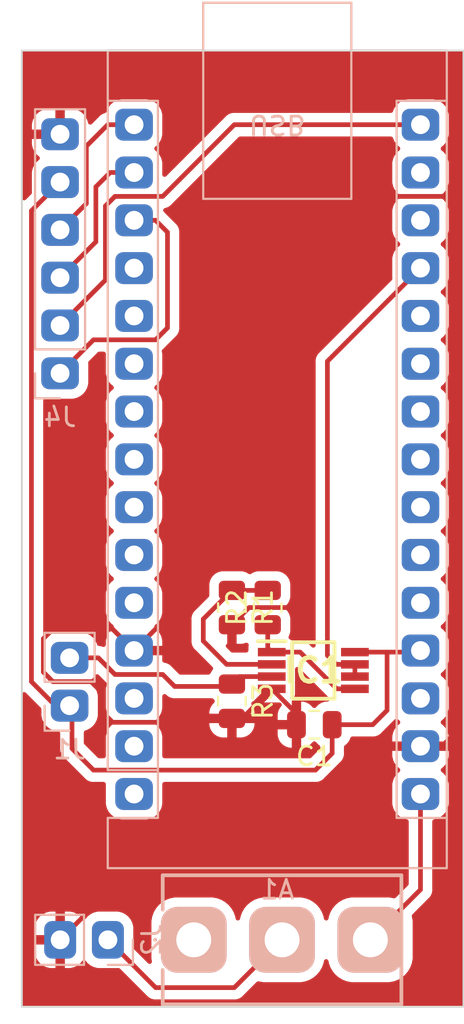
<source format=kicad_pcb>
(kicad_pcb (version 20221018) (generator pcbnew)
  (layers (0 "F.Cu" signal) (31 "B.Cu" signal) (34 "B.Paste" user) (35 "F.Paste" user) (36 "B.SilkS" user "B.Silkscreen") (37 "F.SilkS" user "F.Silkscreen") (38 "B.Mask" user) (39 "F.Mask" user) (44 "Edge.Cuts" user))
  (net 0 "")
  (net 4 "GND")
  (net 13 "CS")
  (net 14 "SCK")
  (net 15 "MOSI")
  (net 16 "MISO")
  (net 19 "I1")
  (net 27 "+5V")
  (net 29 "Net-(A1-VIN)")
  (net 30 "OUT1")
  (net 31 "IN1")
  (net 32 "Net-(IC1-IN1-)")
  (net 33 "Net-(J2-Pin_1)")
  (footprint "SamacSys:SOP65P490X110-8N" (layer "F.Cu") (at 186.576 90.719)
    (fp_text reference "IC1" (at 0 0) (layer "F.SilkS") (effects (font (size 1.27 1.27) (thickness 0.254))))
    (fp_text value "TSZ122IYST" hide)
    (fp_line (start -2.95 -1.55) (end -1.475 -1.55) (stroke (width 0.2)) (layer "F.SilkS"))
    (fp_line (start -1.125 -1.5) (end 1.125 -1.5) (stroke (width 0.2)) (layer "F.SilkS"))
    (fp_line (start -1.125 1.5) (end -1.125 -1.5) (stroke (width 0.2)) (layer "F.SilkS"))
    (fp_line (start 1.125 -1.5) (end 1.125 1.5) (stroke (width 0.2)) (layer "F.SilkS"))
    (fp_line (start 1.125 1.5) (end -1.125 1.5) (stroke (width 0.2)) (layer "F.SilkS"))
    (pad "1" smd rect (at -2.212 -0.975 90) (size 0.45 1.475) (layers "F.Cu" "F.Paste" "F.Mask") (net 30 "OUT1"))
    (pad "2" smd rect (at -2.212 -0.325 90) (size 0.45 1.475) (layers "F.Cu" "F.Paste" "F.Mask") (net 32 "Net-(IC1-IN1-)"))
    (pad "3" smd rect (at -2.212 0.325 90) (size 0.45 1.475) (layers "F.Cu" "F.Paste" "F.Mask") (net 31 "IN1"))
    (pad "4" smd rect (at -2.212 0.975 90) (size 0.45 1.475) (layers "F.Cu" "F.Paste" "F.Mask") (net 4 "GND"))
    (pad "5" smd rect (at 2.212 0.975 90) (size 0.45 1.475) (layers "F.Cu" "F.Paste" "F.Mask") (net 30 "OUT1"))
    (pad "6" smd rect (at 2.212 0.325 90) (size 0.45 1.475) (layers "F.Cu" "F.Paste" "F.Mask") (net 19 "I1"))
    (pad "7" smd rect (at 2.212 -0.325 90) (size 0.45 1.475) (layers "F.Cu" "F.Paste" "F.Mask") (net 19 "I1"))
    (pad "8" smd rect (at 2.212 -0.975 90) (size 0.45 1.475) (layers "F.Cu" "F.Paste" "F.Mask") (net 27 "+5V"))
  )
  (footprint "Capacitor_SMD:C_0805_2012Metric" (layer "F.Cu") (at 186.629 93.599 180)
    (fp_text reference "C1" (at 0 -1.68) (layer "F.SilkS"))
    (fp_text value "100nF")
    (fp_line (start -0.261252 -0.735) (end 0.261252 -0.735) (stroke (width 0.12)) (layer "F.SilkS"))
    (fp_line (start -0.261252 0.735) (end 0.261252 0.735) (stroke (width 0.12)) (layer "F.SilkS"))
    (pad "1" smd roundrect (at -0.95 0 180) (size 1 1.45) (layers "F.Cu" "F.Paste" "F.Mask") (net 27 "+5V"))
    (pad "2" smd roundrect (at 0.95 0 180) (size 1 1.45) (layers "F.Cu" "F.Paste" "F.Mask") (net 4 "GND"))
  )
  (footprint "Resistor_SMD:R_0805_2012Metric" (layer "F.Cu") (at 182.245 87.376 -90)
    (fp_text reference "R1" (at 0 -1.65 90) (layer "F.SilkS"))
    (fp_text value "100 k")
    (fp_line (start -0.227064 -0.735) (end 0.227064 -0.735) (stroke (width 0.12)) (layer "F.SilkS"))
    (fp_line (start -0.227064 0.735) (end 0.227064 0.735) (stroke (width 0.12)) (layer "F.SilkS"))
    (pad "1" smd roundrect (at -0.9125 0 270) (size 1.025 1.4) (layers "F.Cu" "F.Paste" "F.Mask") (roundrect_rratio 0.243902) (net 32 "Net-(IC1-IN1-)"))
    (pad "2" smd roundrect (at 0.9125 0 270) (size 1.025 1.4) (layers "F.Cu" "F.Paste" "F.Mask") (roundrect_rratio 0.243902) (net 4 "GND"))
  )
  (footprint "Resistor_SMD:R_0805_2012Metric" (layer "F.Cu") (at 182.245 92.3525 -90)
    (fp_text reference "R3" (at 0 -1.65 90) (layer "F.SilkS"))
    (fp_text value "1")
    (fp_line (start -0.227064 -0.735) (end 0.227064 -0.735) (stroke (width 0.12)) (layer "F.SilkS"))
    (fp_line (start -0.227064 0.735) (end 0.227064 0.735) (stroke (width 0.12)) (layer "F.SilkS"))
    (pad "1" smd roundrect (at -0.9125 0 270) (size 1.025 1.4) (layers "F.Cu" "F.Paste" "F.Mask") (roundrect_rratio 0.243902) (net 31 "IN1"))
    (pad "2" smd roundrect (at 0.9125 0 270) (size 1.025 1.4) (layers "F.Cu" "F.Paste" "F.Mask") (roundrect_rratio 0.243902) (net 4 "GND"))
  )
  (footprint "Resistor_SMD:R_0805_2012Metric" (layer "F.Cu") (at 184.15 87.376 90)
    (fp_text reference "R2" (at 0 -1.65 90) (layer "F.SilkS"))
    (fp_text value "10M")
    (fp_line (start -0.227064 -0.735) (end 0.227064 -0.735) (stroke (width 0.12)) (layer "F.SilkS"))
    (fp_line (start -0.227064 0.735) (end 0.227064 0.735) (stroke (width 0.12)) (layer "F.SilkS"))
    (pad "1" smd roundrect (at -0.9125 0 90) (size 1.025 1.4) (layers "F.Cu" "F.Paste" "F.Mask") (roundrect_rratio 0.243902) (net 30 "OUT1"))
    (pad "2" smd roundrect (at 0.9125 0 90) (size 1.025 1.4) (layers "F.Cu" "F.Paste" "F.Mask") (roundrect_rratio 0.243902) (net 32 "Net-(IC1-IN1-)"))
  )
  (footprint "Connector_PinHeader_2.54mm:PinHeader_1x02_P2.54mm_Vertical" (layer "B.Cu") (at 173.609 92.588)
    (fp_text reference "J1" (at 0 2.33) (layer "B.SilkS") (effects (justify mirror)))
    (fp_text value "Load")
    (fp_line (start -1.33 -3.87) (end 1.33 -3.87) (stroke (width 0.12)) (layer "B.SilkS"))
    (fp_line (start -1.33 -1.27) (end -1.33 -3.87) (stroke (width 0.12)) (layer "B.SilkS"))
    (fp_line (start -1.33 -1.27) (end 1.33 -1.27) (stroke (width 0.12)) (layer "B.SilkS"))
    (fp_line (start -1.33 0) (end -1.33 1.33) (stroke (width 0.12)) (layer "B.SilkS"))
    (fp_line (start -1.33 1.33) (end 0 1.33) (stroke (width 0.12)) (layer "B.SilkS"))
    (fp_line (start 1.33 -1.27) (end 1.33 -3.87) (stroke (width 0.12)) (layer "B.SilkS"))
    (pad "1" thru_hole roundrect (at 0 0) (size 2 1.7) (drill 1) (layers "*.Cu" "*.Mask") (net 27 "+5V"))
    (pad "2" thru_hole roundrect (at 0 -2.54) (size 2 1.7) (drill 1) (layers "*.Cu" "*.Mask") (net 31 "IN1"))
  )
  (footprint "Module:Arduino_Nano" (layer "B.Cu") (at 177.038 97.282)
    (fp_text reference "A1" (at 7.62 5.08) (layer "B.SilkS") (effects (justify mirror)))
    (fp_text value "Arduino_Nano_v3.x")
    (fp_text user "USB" (at 7.62 -35.56 180 unlocked) (layer "B.SilkS") (effects (justify mirror)))
    (fp_line (start -1.4 -39.5) (end 3.68 -39.5) (stroke (width 0.12)) (layer "B.SilkS"))
    (fp_line (start -1.4 -1.27) (end -1.4 -39.5) (stroke (width 0.12)) (layer "B.SilkS"))
    (fp_line (start -1.4 3.94) (end -1.4 1.27) (stroke (width 0.12)) (layer "B.SilkS"))
    (fp_line (start 1.27 -36.83) (end -1.4 -36.83) (stroke (width 0.12)) (layer "B.SilkS"))
    (fp_line (start 1.27 -1.27) (end -1.4 -1.27) (stroke (width 0.12)) (layer "B.SilkS"))
    (fp_line (start 1.27 -1.27) (end 1.27 -36.83) (stroke (width 0.12)) (layer "B.SilkS"))
    (fp_line (start 1.27 -1.27) (end 1.27 1.27) (stroke (width 0.12)) (layer "B.SilkS"))
    (fp_line (start 1.27 1.27) (end -1.4 1.27) (stroke (width 0.12)) (layer "B.SilkS"))
    (fp_line (start 3.68 -42.04) (end 3.68 -31.62) (stroke (width 0.12)) (layer "B.SilkS"))
    (fp_line (start 3.68 -31.62) (end 11.56 -31.62) (stroke (width 0.12)) (layer "B.SilkS"))
    (fp_line (start 11.56 -42.04) (end 3.68 -42.04) (stroke (width 0.12)) (layer "B.SilkS"))
    (fp_line (start 11.56 -31.62) (end 11.56 -42.04) (stroke (width 0.12)) (layer "B.SilkS"))
    (fp_line (start 13.97 -36.83) (end 16.64 -36.83) (stroke (width 0.12)) (layer "B.SilkS"))
    (fp_line (start 13.97 1.27) (end 13.97 -36.83) (stroke (width 0.12)) (layer "B.SilkS"))
    (fp_line (start 13.97 1.27) (end 16.64 1.27) (stroke (width 0.12)) (layer "B.SilkS"))
    (fp_line (start 16.64 -39.5) (end 11.56 -39.5) (stroke (width 0.12)) (layer "B.SilkS"))
    (fp_line (start 16.64 -39.5) (end 16.64 3.94) (stroke (width 0.12)) (layer "B.SilkS"))
    (fp_line (start 16.64 3.94) (end -1.4 3.94) (stroke (width 0.12)) (layer "B.SilkS"))
    (pad "1" thru_hole roundrect (at 0 0) (size 2 1.7) (drill 1) (layers "*.Cu" "*.Mask"))
    (pad "2" thru_hole roundrect (at 0 -2.54) (size 2 1.7) (drill 1) (layers "*.Cu" "*.Mask"))
    (pad "3" thru_hole roundrect (at 0 -5.08) (size 2 1.7) (drill 1) (layers "*.Cu" "*.Mask"))
    (pad "4" thru_hole roundrect (at 0 -7.62) (size 2 1.7) (drill 1) (layers "*.Cu" "*.Mask") (net 4 "GND"))
    (pad "5" thru_hole roundrect (at 0 -10.16) (size 2 1.7) (drill 1) (layers "*.Cu" "*.Mask"))
    (pad "6" thru_hole roundrect (at 0 -12.7) (size 2 1.7) (drill 1) (layers "*.Cu" "*.Mask"))
    (pad "7" thru_hole roundrect (at 0 -15.24) (size 2 1.7) (drill 1) (layers "*.Cu" "*.Mask"))
    (pad "8" thru_hole roundrect (at 0 -17.78) (size 2 1.7) (drill 1) (layers "*.Cu" "*.Mask"))
    (pad "9" thru_hole roundrect (at 0 -20.32) (size 2 1.7) (drill 1) (layers "*.Cu" "*.Mask"))
    (pad "10" thru_hole roundrect (at 0 -22.86) (size 2 1.7) (drill 1) (layers "*.Cu" "*.Mask"))
    (pad "11" thru_hole roundrect (at 0 -25.4) (size 2 1.7) (drill 1) (layers "*.Cu" "*.Mask"))
    (pad "12" thru_hole roundrect (at 0 -27.94) (size 2 1.7) (drill 1) (layers "*.Cu" "*.Mask"))
    (pad "13" thru_hole roundrect (at 0 -30.48) (size 2 1.7) (drill 1) (layers "*.Cu" "*.Mask") (net 13 "CS"))
    (pad "14" thru_hole roundrect (at 0 -33.02) (size 2 1.7) (drill 1) (layers "*.Cu" "*.Mask") (net 15 "MOSI"))
    (pad "15" thru_hole roundrect (at 0 -35.56) (size 2 1.7) (drill 1) (layers "*.Cu" "*.Mask") (net 16 "MISO"))
    (pad "16" thru_hole roundrect (at 15.24 -35.56) (size 2 1.7) (drill 1) (layers "*.Cu" "*.Mask") (net 14 "SCK"))
    (pad "17" thru_hole roundrect (at 15.24 -33.02) (size 2 1.7) (drill 1) (layers "*.Cu" "*.Mask"))
    (pad "18" thru_hole roundrect (at 15.24 -30.48) (size 2 1.7) (drill 1) (layers "*.Cu" "*.Mask"))
    (pad "19" thru_hole roundrect (at 15.24 -27.94) (size 2 1.7) (drill 1) (layers "*.Cu" "*.Mask") (net 19 "I1"))
    (pad "20" thru_hole roundrect (at 15.24 -25.4) (size 2 1.7) (drill 1) (layers "*.Cu" "*.Mask"))
    (pad "21" thru_hole roundrect (at 15.24 -22.86) (size 2 1.7) (drill 1) (layers "*.Cu" "*.Mask"))
    (pad "22" thru_hole roundrect (at 15.24 -20.32) (size 2 1.7) (drill 1) (layers "*.Cu" "*.Mask"))
    (pad "23" thru_hole roundrect (at 15.24 -17.78) (size 2 1.7) (drill 1) (layers "*.Cu" "*.Mask"))
    (pad "24" thru_hole roundrect (at 15.24 -15.24) (size 2 1.7) (drill 1) (layers "*.Cu" "*.Mask"))
    (pad "25" thru_hole roundrect (at 15.24 -12.7) (size 2 1.7) (drill 1) (layers "*.Cu" "*.Mask"))
    (pad "26" thru_hole roundrect (at 15.24 -10.16) (size 2 1.7) (drill 1) (layers "*.Cu" "*.Mask"))
    (pad "27" thru_hole roundrect (at 15.24 -7.62) (size 2 1.7) (drill 1) (layers "*.Cu" "*.Mask") (net 27 "+5V"))
    (pad "28" thru_hole roundrect (at 15.24 -5.08) (size 2 1.7) (drill 1) (layers "*.Cu" "*.Mask"))
    (pad "29" thru_hole roundrect (at 15.24 -2.54) (size 2 1.7) (drill 1) (layers "*.Cu" "*.Mask") (net 4 "GND"))
    (pad "30" thru_hole roundrect (at 15.24 0) (size 2 1.7) (drill 1) (layers "*.Cu" "*.Mask") (net 29 "Net-(A1-VIN)"))
  )
  (footprint "SamacSys:A107SYCQ04" (layer "B.Cu") (at 180.213 105.029 90)
    (fp_text reference "S1" (at 0 4.699 90) (layer "B.SilkS") (effects (font (size 1.27 1.27) (thickness 0.254)) (justify mirror)))
    (fp_text value "A107SYCQ04" hide)
    (fp_line (start -3.429 -1.651) (end -3.429 11.049) (stroke (width 0.2)) (layer "B.SilkS"))
    (fp_line (start -3.429 11.049) (end -0.6 11.049) (stroke (width 0.2)) (layer "B.SilkS"))
    (fp_line (start -1.6 -1.651) (end -3.429 -1.651) (stroke (width 0.2)) (layer "B.SilkS"))
    (fp_line (start 0 -2.1) (end 0 -2.1) (stroke (width 0.1)) (layer "B.SilkS"))
    (fp_line (start 0 -2) (end 0 -2) (stroke (width 0.1)) (layer "B.SilkS"))
    (fp_line (start 0.6 11.049) (end 0.6 11.049) (stroke (width 0.2)) (layer "B.SilkS"))
    (fp_line (start 0.6 11.049) (end 3.429 11.049) (stroke (width 0.2)) (layer "B.SilkS"))
    (fp_line (start 3.429 -1.651) (end 1.6 -1.651) (stroke (width 0.2)) (layer "B.SilkS"))
    (fp_line (start 3.429 11.049) (end 3.429 -1.651) (stroke (width 0.2)) (layer "B.SilkS"))
    (fp_arc (start 0 -2.1) (mid 0.05 -2.05) (end 0 -2) (stroke (width 0.1)) (layer "B.SilkS"))
    (fp_arc (start 0 -2) (mid -0.05 -2.05) (end 0 -2.1) (stroke (width 0.1)) (layer "B.SilkS"))
    (pad "1" thru_hole roundrect (at 0 0) (size 3.5 3.5) (drill 1.8542) (layers "*.Cu" "*.Mask" "B.SilkS"))
    (pad "2" thru_hole roundrect (at 0 4.699) (size 3.5 3.5) (drill 1.8542) (layers "*.Cu" "*.Mask" "B.SilkS") (net 33 "Net-(J2-Pin_1)"))
    (pad "3" thru_hole roundrect (at 0 9.398) (size 3.5 3.5) (drill 1.8542) (layers "*.Cu" "*.Mask" "B.SilkS") (net 29 "Net-(A1-VIN)"))
  )
  (footprint "Connector_PinHeader_2.54mm:PinHeader_1x06_P2.54mm_Vertical" (layer "B.Cu") (at 173.101 74.93)
    (fp_text reference "J4" (at 0 2.33) (layer "B.SilkS") (effects (justify mirror)))
    (fp_text value "SD Card")
    (fp_line (start -1.33 -14.03) (end 1.33 -14.03) (stroke (width 0.12)) (layer "B.SilkS"))
    (fp_line (start -1.33 -1.27) (end -1.33 -14.03) (stroke (width 0.12)) (layer "B.SilkS"))
    (fp_line (start -1.33 -1.27) (end 1.33 -1.27) (stroke (width 0.12)) (layer "B.SilkS"))
    (fp_line (start -1.33 0) (end -1.33 1.33) (stroke (width 0.12)) (layer "B.SilkS"))
    (fp_line (start -1.33 1.33) (end 0 1.33) (stroke (width 0.12)) (layer "B.SilkS"))
    (fp_line (start 1.33 -1.27) (end 1.33 -14.03) (stroke (width 0.12)) (layer "B.SilkS"))
    (pad "1" thru_hole roundrect (at 0 0) (size 2 1.7) (drill 1) (layers "*.Cu" "*.Mask") (net 13 "CS"))
    (pad "2" thru_hole roundrect (at 0 -2.54) (size 2 1.7) (drill 1) (layers "*.Cu" "*.Mask") (net 14 "SCK"))
    (pad "3" thru_hole roundrect (at 0 -5.08) (size 2 1.7) (drill 1) (layers "*.Cu" "*.Mask") (net 15 "MOSI"))
    (pad "4" thru_hole roundrect (at 0 -7.62) (size 2 1.7) (drill 1) (layers "*.Cu" "*.Mask") (net 16 "MISO"))
    (pad "5" thru_hole roundrect (at 0 -10.16) (size 2 1.7) (drill 1) (layers "*.Cu" "*.Mask") (net 27 "+5V"))
    (pad "6" thru_hole roundrect (at 0 -12.7) (size 2 1.7) (drill 1) (layers "*.Cu" "*.Mask") (net 4 "GND"))
  )
  (footprint "Connector_PinHeader_2.54mm:PinHeader_1x02_P2.54mm_Vertical" (layer "B.Cu") (at 175.646 105.029 90)
    (fp_text reference "J2" (at 0 2.33 90) (layer "B.SilkS") (effects (justify mirror)))
    (fp_text value "Power")
    (fp_line (start -1.33 -3.87) (end 1.33 -3.87) (stroke (width 0.12)) (layer "B.SilkS"))
    (fp_line (start -1.33 -1.27) (end -1.33 -3.87) (stroke (width 0.12)) (layer "B.SilkS"))
    (fp_line (start -1.33 -1.27) (end 1.33 -1.27) (stroke (width 0.12)) (layer "B.SilkS"))
    (fp_line (start -1.33 0) (end -1.33 1.33) (stroke (width 0.12)) (layer "B.SilkS"))
    (fp_line (start -1.33 1.33) (end 0 1.33) (stroke (width 0.12)) (layer "B.SilkS"))
    (fp_line (start 1.33 -1.27) (end 1.33 -3.87) (stroke (width 0.12)) (layer "B.SilkS"))
    (pad "1" thru_hole roundrect (at 0 0 90) (size 2 1.7) (drill 1) (layers "*.Cu" "*.Mask") (net 33 "Net-(J2-Pin_1)"))
    (pad "2" thru_hole roundrect (at 0 -2.54 90) (size 2 1.7) (drill 1) (layers "*.Cu" "*.Mask") (net 4 "GND"))
  )
  (gr_rect (start 171.069 57.785) (end 194.564 108.585) (stroke (width 0.1)) (fill none) (layer "Edge.Cuts"))
  (segment (start 175.387 92.964) (end 175.387 91.948) (width 0.25) (layer "F.Cu") (net 4))
  (segment (start 180.091 98.044) (end 186.944 98.044) (width 0.25) (layer "F.Cu") (net 4))
  (segment (start 178.562 93.218) (end 178.308 93.472) (width 0.25) (layer "F.Cu") (net 4))
  (segment (start 172.72 91.313) (end 172.212 90.805) (width 0.25) (layer "F.Cu") (net 4))
  (segment (start 173.106 105.029) (end 180.091 98.044) (width 0.25) (layer "F.Cu") (net 4))
  (segment (start 190.754 65.532) (end 185.039 71.247) (width 0.25) (layer "F.Cu") (net 4))
  (segment (start 174.752 91.313) (end 172.72 91.313) (width 0.25) (layer "F.Cu") (net 4))
  (segment (start 182.198 93.218) (end 178.562 93.218) (width 0.25) (layer "F.Cu") (net 4))
  (segment (start 182.793 93.265) (end 184.364 91.694) (width 0.25) (layer "F.Cu") (net 4))
  (segment (start 173.101 60.579) (end 173.736 59.944) (width 0.25) (layer "F.Cu") (net 4))
  (segment (start 185.679 93.009) (end 184.364 91.694) (width 0.25) (layer "F.Cu") (net 4))
  (segment (start 185.928 86.995) (end 185.547 87.376) (width 0.25) (layer "F.Cu") (net 4))
  (segment (start 177.038 89.662) (end 181.864 84.836) (width 0.25) (layer "F.Cu") (net 4))
  (segment (start 185.039 71.247) (end 185.039 84.836) (width 0.25) (layer "F.Cu") (net 4))
  (segment (start 185.928 85.725) (end 185.928 86.995) (width 0.25) (layer "F.Cu") (net 4))
  (segment (start 185.039 84.836) (end 185.928 85.725) (width 0.25) (layer "F.Cu") (net 4))
  (segment (start 175.895 88.519) (end 177.038 89.662) (width 0.25) (layer "F.Cu") (net 4))
  (segment (start 194.056 60.833) (end 194.056 64.262) (width 0.25) (layer "F.Cu") (net 4))
  (segment (start 172.212 90.805) (end 172.212 89.027) (width 0.25) (layer "F.Cu") (net 4))
  (segment (start 182.245 93.265) (end 182.198 93.218) (width 0.25) (layer "F.Cu") (net 4))
  (segment (start 190.246 94.742) (end 192.278 94.742) (width 0.25) (layer "F.Cu") (net 4))
  (segment (start 182.245 93.265) (end 182.793 93.265) (width 0.25) (layer "F.Cu") (net 4))
  (segment (start 194.056 94.107) (end 194.056 64.262) (width 0.25) (layer "F.Cu") (net 4))
  (segment (start 194.056 64.262) (end 194.056 65.405) (width 0.25) (layer "F.Cu") (net 4))
  (segment (start 181.864 84.836) (end 185.039 84.836) (width 0.25) (layer "F.Cu") (net 4))
  (segment (start 193.421 94.742) (end 194.056 94.107) (width 0.25) (layer "F.Cu") (net 4))
  (segment (start 175.895 93.472) (end 175.387 92.964) (width 0.25) (layer "F.Cu") (net 4))
  (segment (start 173.101 62.23) (end 173.101 60.579) (width 0.25) (layer "F.Cu") (net 4))
  (segment (start 175.387 91.948) (end 174.752 91.313) (width 0.25) (layer "F.Cu") (net 4))
  (segment (start 193.167 59.944) (end 194.056 60.833) (width 0.25) (layer "F.Cu") (net 4))
  (segment (start 178.308 93.472) (end 175.895 93.472) (width 0.25) (layer "F.Cu") (net 4))
  (segment (start 172.212 89.027) (end 172.72 88.519) (width 0.25) (layer "F.Cu") (net 4))
  (segment (start 186.944 98.044) (end 190.246 94.742) (width 0.25) (layer "F.Cu") (net 4))
  (segment (start 183.1575 87.376) (end 182.245 88.2885) (width 0.25) (layer "F.Cu") (net 4))
  (segment (start 192.278 94.742) (end 193.421 94.742) (width 0.25) (layer "F.Cu") (net 4))
  (segment (start 194.056 65.405) (end 193.929 65.532) (width 0.25) (layer "F.Cu") (net 4))
  (segment (start 173.736 59.944) (end 193.167 59.944) (width 0.25) (layer "F.Cu") (net 4))
  (segment (start 185.547 87.376) (end 183.1575 87.376) (width 0.25) (layer "F.Cu") (net 4))
  (segment (start 193.929 65.532) (end 190.754 65.532) (width 0.25) (layer "F.Cu") (net 4))
  (segment (start 185.679 93.599) (end 185.679 93.009) (width 0.25) (layer "F.Cu") (net 4))
  (segment (start 172.72 88.519) (end 175.895 88.519) (width 0.25) (layer "F.Cu") (net 4))
  (segment (start 173.101 74.93) (end 174.879 73.152) (width 0.25) (layer "F.Cu") (net 13))
  (segment (start 178.181 73.152) (end 178.816 72.517) (width 0.25) (layer "F.Cu") (net 13))
  (segment (start 174.879 73.152) (end 178.181 73.152) (width 0.25) (layer "F.Cu") (net 13))
  (segment (start 178.816 67.437) (end 178.181 66.802) (width 0.25) (layer "F.Cu") (net 13))
  (segment (start 178.181 66.802) (end 177.038 66.802) (width 0.25) (layer "F.Cu") (net 13))
  (segment (start 178.816 72.517) (end 178.816 67.437) (width 0.25) (layer "F.Cu") (net 13))
  (segment (start 173.101 72.39) (end 175.514 69.977) (width 0.25) (layer "F.Cu") (net 14))
  (segment (start 175.514 66.04) (end 176.022 65.532) (width 0.25) (layer "F.Cu") (net 14))
  (segment (start 178.562 65.532) (end 182.372 61.722) (width 0.25) (layer "F.Cu") (net 14))
  (segment (start 175.514 69.977) (end 175.514 66.04) (width 0.25) (layer "F.Cu") (net 14))
  (segment (start 176.022 65.532) (end 178.562 65.532) (width 0.25) (layer "F.Cu") (net 14))
  (segment (start 182.372 61.722) (end 192.278 61.722) (width 0.25) (layer "F.Cu") (net 14))
  (segment (start 175.006 67.945) (end 175.006 65.024) (width 0.25) (layer "F.Cu") (net 15))
  (segment (start 175.768 64.262) (end 177.038 64.262) (width 0.25) (layer "F.Cu") (net 15))
  (segment (start 173.101 69.85) (end 175.006 67.945) (width 0.25) (layer "F.Cu") (net 15))
  (segment (start 175.006 65.024) (end 175.768 64.262) (width 0.25) (layer "F.Cu") (net 15))
  (segment (start 174.498 62.865) (end 175.641 61.722) (width 0.25) (layer "F.Cu") (net 16))
  (segment (start 174.498 65.913) (end 174.498 62.865) (width 0.25) (layer "F.Cu") (net 16))
  (segment (start 173.101 67.31) (end 174.498 65.913) (width 0.25) (layer "F.Cu") (net 16))
  (segment (start 175.641 61.722) (end 177.038 61.722) (width 0.25) (layer "F.Cu") (net 16))
  (segment (start 188.788 91.044) (end 188.788 90.394) (width 0.25) (layer "F.Cu") (net 19))
  (segment (start 187.325 74.295) (end 192.278 69.342) (width 0.25) (layer "F.Cu") (net 19))
  (segment (start 187.325 89.9185) (end 187.325 74.295) (width 0.25) (layer "F.Cu") (net 19))
  (segment (start 188.788 90.394) (end 187.8005 90.394) (width 0.25) (layer "F.Cu") (net 19))
  (segment (start 187.8005 90.394) (end 187.325 89.9185) (width 0.25) (layer "F.Cu") (net 19))
  (segment (start 189.738 93.599) (end 190.5 92.837) (width 0.25) (layer "F.Cu") (net 27))
  (segment (start 190.5 89.744) (end 192.196 89.744) (width 0.25) (layer "F.Cu") (net 27))
  (segment (start 172.852 92.588) (end 173.736 92.588) (width 0.25) (layer "F.Cu") (net 27))
  (segment (start 173.736 94.869) (end 174.879 96.012) (width 0.25) (layer "F.Cu") (net 27))
  (segment (start 173.736 92.588) (end 173.736 94.869) (width 0.25) (layer "F.Cu") (net 27))
  (segment (start 174.879 96.012) (end 186.69 96.012) (width 0.25) (layer "F.Cu") (net 27))
  (segment (start 173.101 64.77) (end 171.577 66.294) (width 0.25) (layer "F.Cu") (net 27))
  (segment (start 187.579 95.123) (end 187.579 93.599) (width 0.25) (layer "F.Cu") (net 27))
  (segment (start 171.577 66.294) (end 171.577 91.313) (width 0.25) (layer "F.Cu") (net 27))
  (segment (start 171.577 91.313) (end 172.852 92.588) (width 0.25) (layer "F.Cu") (net 27))
  (segment (start 190.5 92.837) (end 190.5 89.744) (width 0.25) (layer "F.Cu") (net 27))
  (segment (start 188.788 89.744) (end 190.5 89.744) (width 0.25) (layer "F.Cu") (net 27))
  (segment (start 186.69 96.012) (end 187.579 95.123) (width 0.25) (layer "F.Cu") (net 27))
  (segment (start 192.196 89.744) (end 192.278 89.662) (width 0.25) (layer "F.Cu") (net 27))
  (segment (start 187.579 93.599) (end 189.738 93.599) (width 0.25) (layer "F.Cu") (net 27))
  (segment (start 192.278 102.362) (end 192.278 97.282) (width 0.25) (layer "F.Cu") (net 29))
  (segment (start 189.611 105.029) (end 192.278 102.362) (width 0.25) (layer "F.Cu") (net 29))
  (segment (start 184.15 88.2885) (end 184.15 89.53) (width 0.25) (layer "F.Cu") (net 30))
  (segment (start 185.8755 89.744) (end 184.364 89.744) (width 0.25) (layer "F.Cu") (net 30))
  (segment (start 187.8255 91.694) (end 185.8755 89.744) (width 0.25) (layer "F.Cu") (net 30))
  (segment (start 184.15 89.53) (end 184.364 89.744) (width 0.25) (layer "F.Cu") (net 30))
  (segment (start 188.788 91.694) (end 187.8255 91.694) (width 0.25) (layer "F.Cu") (net 30))
  (segment (start 182.118 91.567) (end 182.245 91.44) (width 0.25) (layer "F.Cu") (net 31))
  (segment (start 179.197 91.567) (end 182.118 91.567) (width 0.25) (layer "F.Cu") (net 31))
  (segment (start 178.562 90.932) (end 179.197 91.567) (width 0.25) (layer "F.Cu") (net 31))
  (segment (start 175.138 90.048) (end 176.022 90.932) (width 0.25) (layer "F.Cu") (net 31))
  (segment (start 176.022 90.932) (end 178.562 90.932) (width 0.25) (layer "F.Cu") (net 31))
  (segment (start 182.245 91.44) (end 182.641 91.044) (width 0.25) (layer "F.Cu") (net 31))
  (segment (start 173.736 90.048) (end 175.138 90.048) (width 0.25) (layer "F.Cu") (net 31))
  (segment (start 182.641 91.044) (end 184.364 91.044) (width 0.25) (layer "F.Cu") (net 31))
  (segment (start 180.721 87.9875) (end 182.245 86.4635) (width 0.25) (layer "F.Cu") (net 32))
  (segment (start 181.961 90.394) (end 180.721 89.154) (width 0.25) (layer "F.Cu") (net 32))
  (segment (start 180.721 89.154) (end 180.721 87.9875) (width 0.25) (layer "F.Cu") (net 32))
  (segment (start 182.245 86.4635) (end 184.15 86.4635) (width 0.25) (layer "F.Cu") (net 32))
  (segment (start 184.364 90.394) (end 181.961 90.394) (width 0.25) (layer "F.Cu") (net 32))
  (segment (start 182.372 107.569) (end 184.912 105.029) (width 0.25) (layer "F.Cu") (net 33))
  (segment (start 175.646 105.029) (end 178.186 107.569) (width 0.25) (layer "F.Cu") (net 33))
  (segment (start 178.186 107.569) (end 182.372 107.569) (width 0.25) (layer "F.Cu") (net 33))
  (zone (net 4) (net_name "GND") (layer "F.Cu") (connect_pads (clearance 0.5)) (min_thickness 0.25) (fill yes (thermal_gap 0.5) (thermal_bridge_width 0.5))
    (polygon (pts (xy 171.069 108.585) (xy 194.564 108.585) (xy 194.564 57.785) (xy 171.069 57.785)))
  )
)
</source>
